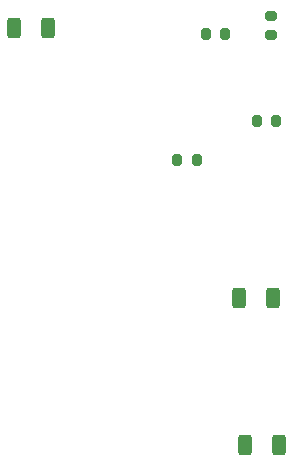
<source format=gtp>
%TF.GenerationSoftware,KiCad,Pcbnew,(6.0.2)*%
%TF.CreationDate,2024-03-28T15:54:17-05:00*%
%TF.ProjectId,Security_Mat,53656375-7269-4747-995f-4d61742e6b69,rev?*%
%TF.SameCoordinates,Original*%
%TF.FileFunction,Paste,Top*%
%TF.FilePolarity,Positive*%
%FSLAX46Y46*%
G04 Gerber Fmt 4.6, Leading zero omitted, Abs format (unit mm)*
G04 Created by KiCad (PCBNEW (6.0.2)) date 2024-03-28 15:54:17*
%MOMM*%
%LPD*%
G01*
G04 APERTURE LIST*
G04 Aperture macros list*
%AMRoundRect*
0 Rectangle with rounded corners*
0 $1 Rounding radius*
0 $2 $3 $4 $5 $6 $7 $8 $9 X,Y pos of 4 corners*
0 Add a 4 corners polygon primitive as box body*
4,1,4,$2,$3,$4,$5,$6,$7,$8,$9,$2,$3,0*
0 Add four circle primitives for the rounded corners*
1,1,$1+$1,$2,$3*
1,1,$1+$1,$4,$5*
1,1,$1+$1,$6,$7*
1,1,$1+$1,$8,$9*
0 Add four rect primitives between the rounded corners*
20,1,$1+$1,$2,$3,$4,$5,0*
20,1,$1+$1,$4,$5,$6,$7,0*
20,1,$1+$1,$6,$7,$8,$9,0*
20,1,$1+$1,$8,$9,$2,$3,0*%
G04 Aperture macros list end*
%ADD10RoundRect,0.250000X0.312500X0.625000X-0.312500X0.625000X-0.312500X-0.625000X0.312500X-0.625000X0*%
%ADD11RoundRect,0.200000X0.200000X0.275000X-0.200000X0.275000X-0.200000X-0.275000X0.200000X-0.275000X0*%
%ADD12RoundRect,0.200000X-0.275000X0.200000X-0.275000X-0.200000X0.275000X-0.200000X0.275000X0.200000X0*%
%ADD13RoundRect,0.200000X-0.200000X-0.275000X0.200000X-0.275000X0.200000X0.275000X-0.200000X0.275000X0*%
G04 APERTURE END LIST*
D10*
%TO.C,R7*%
X143956500Y-67183000D03*
X141031500Y-67183000D03*
%TD*%
%TO.C,R4*%
X163006500Y-90043000D03*
X160081500Y-90043000D03*
%TD*%
%TO.C,R5*%
X163514500Y-102489000D03*
X160589500Y-102489000D03*
%TD*%
D11*
%TO.C,R6*%
X156527000Y-78359000D03*
X154877000Y-78359000D03*
%TD*%
D12*
%TO.C,R2*%
X162814000Y-66167000D03*
X162814000Y-67817000D03*
%TD*%
D11*
%TO.C,R3*%
X163258000Y-75057000D03*
X161608000Y-75057000D03*
%TD*%
D13*
%TO.C,R1*%
X157290000Y-67691000D03*
X158940000Y-67691000D03*
%TD*%
M02*

</source>
